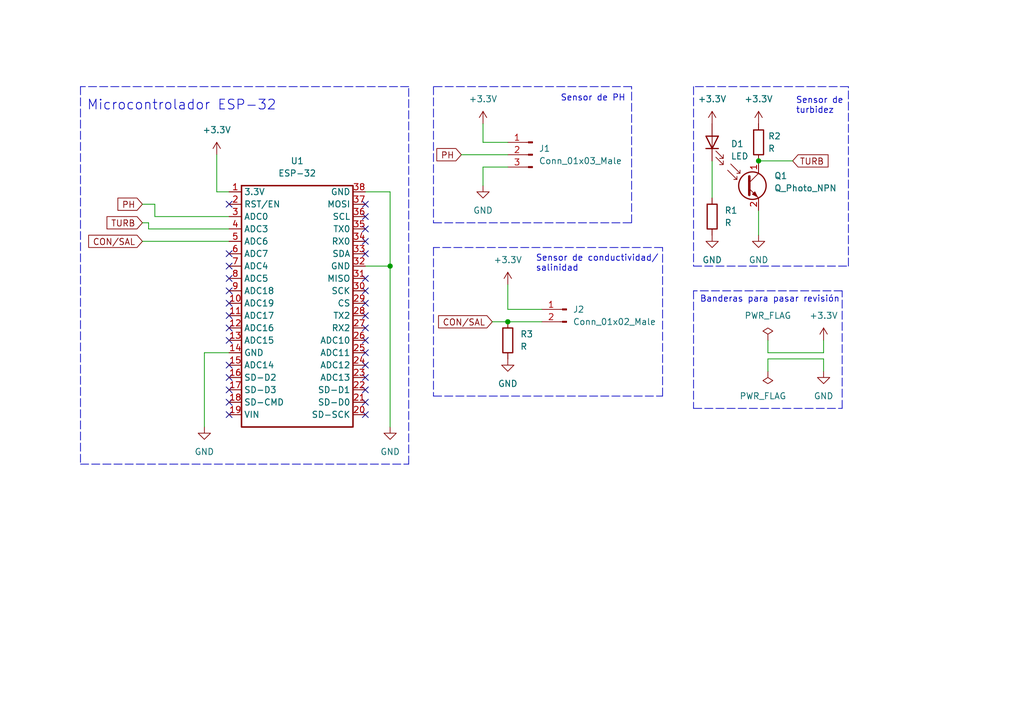
<source format=kicad_sch>
(kicad_sch (version 20211123) (generator eeschema)

  (uuid 22ac32f9-5c85-430f-9a95-01da2f97d5ed)

  (paper "A5")

  (title_block
    (title "EcoAqua  - Medidor de calidad del agua")
    (date "2025-09-03")
    (rev "1")
    (company "UPCH - Grupo 10 [DJWZ]")
    (comment 1 "DIBUJO BURDO - NO REPRESENTA LA VERSIÓN FINAL")
    (comment 2 "SUS COMPONENTES NO ESTÁN RESPALDADOS POR INVESTIGACIÓN")
    (comment 3 "Se añadirán más componentes a medida que avance el proyecto")
    (comment 4 "Minima expresión del proyecto")
  )

  (lib_symbols
    (symbol "Connector:Conn_01x02_Male" (pin_names (offset 1.016) hide) (in_bom yes) (on_board yes)
      (property "Reference" "J" (id 0) (at 0 2.54 0)
        (effects (font (size 1.27 1.27)))
      )
      (property "Value" "Conn_01x02_Male" (id 1) (at 0 -5.08 0)
        (effects (font (size 1.27 1.27)))
      )
      (property "Footprint" "" (id 2) (at 0 0 0)
        (effects (font (size 1.27 1.27)) hide)
      )
      (property "Datasheet" "~" (id 3) (at 0 0 0)
        (effects (font (size 1.27 1.27)) hide)
      )
      (property "ki_keywords" "connector" (id 4) (at 0 0 0)
        (effects (font (size 1.27 1.27)) hide)
      )
      (property "ki_description" "Generic connector, single row, 01x02, script generated (kicad-library-utils/schlib/autogen/connector/)" (id 5) (at 0 0 0)
        (effects (font (size 1.27 1.27)) hide)
      )
      (property "ki_fp_filters" "Connector*:*_1x??_*" (id 6) (at 0 0 0)
        (effects (font (size 1.27 1.27)) hide)
      )
      (symbol "Conn_01x02_Male_1_1"
        (polyline
          (pts
            (xy 1.27 -2.54)
            (xy 0.8636 -2.54)
          )
          (stroke (width 0.1524) (type default) (color 0 0 0 0))
          (fill (type none))
        )
        (polyline
          (pts
            (xy 1.27 0)
            (xy 0.8636 0)
          )
          (stroke (width 0.1524) (type default) (color 0 0 0 0))
          (fill (type none))
        )
        (rectangle (start 0.8636 -2.413) (end 0 -2.667)
          (stroke (width 0.1524) (type default) (color 0 0 0 0))
          (fill (type outline))
        )
        (rectangle (start 0.8636 0.127) (end 0 -0.127)
          (stroke (width 0.1524) (type default) (color 0 0 0 0))
          (fill (type outline))
        )
        (pin passive line (at 5.08 0 180) (length 3.81)
          (name "Pin_1" (effects (font (size 1.27 1.27))))
          (number "1" (effects (font (size 1.27 1.27))))
        )
        (pin passive line (at 5.08 -2.54 180) (length 3.81)
          (name "Pin_2" (effects (font (size 1.27 1.27))))
          (number "2" (effects (font (size 1.27 1.27))))
        )
      )
    )
    (symbol "Connector:Conn_01x03_Male" (pin_names (offset 1.016) hide) (in_bom yes) (on_board yes)
      (property "Reference" "J" (id 0) (at 0 5.08 0)
        (effects (font (size 1.27 1.27)))
      )
      (property "Value" "Conn_01x03_Male" (id 1) (at 0 -5.08 0)
        (effects (font (size 1.27 1.27)))
      )
      (property "Footprint" "" (id 2) (at 0 0 0)
        (effects (font (size 1.27 1.27)) hide)
      )
      (property "Datasheet" "~" (id 3) (at 0 0 0)
        (effects (font (size 1.27 1.27)) hide)
      )
      (property "ki_keywords" "connector" (id 4) (at 0 0 0)
        (effects (font (size 1.27 1.27)) hide)
      )
      (property "ki_description" "Generic connector, single row, 01x03, script generated (kicad-library-utils/schlib/autogen/connector/)" (id 5) (at 0 0 0)
        (effects (font (size 1.27 1.27)) hide)
      )
      (property "ki_fp_filters" "Connector*:*_1x??_*" (id 6) (at 0 0 0)
        (effects (font (size 1.27 1.27)) hide)
      )
      (symbol "Conn_01x03_Male_1_1"
        (polyline
          (pts
            (xy 1.27 -2.54)
            (xy 0.8636 -2.54)
          )
          (stroke (width 0.1524) (type default) (color 0 0 0 0))
          (fill (type none))
        )
        (polyline
          (pts
            (xy 1.27 0)
            (xy 0.8636 0)
          )
          (stroke (width 0.1524) (type default) (color 0 0 0 0))
          (fill (type none))
        )
        (polyline
          (pts
            (xy 1.27 2.54)
            (xy 0.8636 2.54)
          )
          (stroke (width 0.1524) (type default) (color 0 0 0 0))
          (fill (type none))
        )
        (rectangle (start 0.8636 -2.413) (end 0 -2.667)
          (stroke (width 0.1524) (type default) (color 0 0 0 0))
          (fill (type outline))
        )
        (rectangle (start 0.8636 0.127) (end 0 -0.127)
          (stroke (width 0.1524) (type default) (color 0 0 0 0))
          (fill (type outline))
        )
        (rectangle (start 0.8636 2.667) (end 0 2.413)
          (stroke (width 0.1524) (type default) (color 0 0 0 0))
          (fill (type outline))
        )
        (pin passive line (at 5.08 2.54 180) (length 3.81)
          (name "Pin_1" (effects (font (size 1.27 1.27))))
          (number "1" (effects (font (size 1.27 1.27))))
        )
        (pin passive line (at 5.08 0 180) (length 3.81)
          (name "Pin_2" (effects (font (size 1.27 1.27))))
          (number "2" (effects (font (size 1.27 1.27))))
        )
        (pin passive line (at 5.08 -2.54 180) (length 3.81)
          (name "Pin_3" (effects (font (size 1.27 1.27))))
          (number "3" (effects (font (size 1.27 1.27))))
        )
      )
    )
    (symbol "Custom-Library:ESP-32" (in_bom yes) (on_board yes)
      (property "Reference" "U" (id 0) (at -7.62 0 0)
        (effects (font (size 1.27 1.27)))
      )
      (property "Value" "ESP-32" (id 1) (at 6.35 0 0)
        (effects (font (size 1.27 1.27)))
      )
      (property "Footprint" "" (id 2) (at -5.08 -8.89 0)
        (effects (font (size 1.27 1.27)) hide)
      )
      (property "Datasheet" "" (id 3) (at -5.08 -8.89 0)
        (effects (font (size 1.27 1.27)) hide)
      )
      (symbol "ESP-32_0_1"
        (rectangle (start 11.43 -50.8) (end -11.43 -1.27)
          (stroke (width 0.3) (type default) (color 0 0 0 0))
          (fill (type none))
        )
      )
      (symbol "ESP-32_1_1"
        (pin power_in line (at -13.97 -2.54 0) (length 2.54)
          (name "3.3V" (effects (font (size 1.27 1.27))))
          (number "1" (effects (font (size 1.27 1.27))))
        )
        (pin bidirectional line (at -13.97 -25.4 0) (length 2.54)
          (name "ADC19" (effects (font (size 1.27 1.27))))
          (number "10" (effects (font (size 1.27 1.27))))
        )
        (pin bidirectional line (at -13.97 -27.94 0) (length 2.54)
          (name "ADC17" (effects (font (size 1.27 1.27))))
          (number "11" (effects (font (size 1.27 1.27))))
        )
        (pin bidirectional line (at -13.97 -30.48 0) (length 2.54)
          (name "ADC16" (effects (font (size 1.27 1.27))))
          (number "12" (effects (font (size 1.27 1.27))))
        )
        (pin bidirectional line (at -13.97 -33.02 0) (length 2.54)
          (name "ADC15" (effects (font (size 1.27 1.27))))
          (number "13" (effects (font (size 1.27 1.27))))
        )
        (pin power_in line (at -13.97 -35.56 0) (length 2.54)
          (name "GND" (effects (font (size 1.27 1.27))))
          (number "14" (effects (font (size 1.27 1.27))))
        )
        (pin bidirectional line (at -13.97 -38.1 0) (length 2.54)
          (name "ADC14" (effects (font (size 1.27 1.27))))
          (number "15" (effects (font (size 1.27 1.27))))
        )
        (pin bidirectional line (at -13.97 -40.64 0) (length 2.54)
          (name "SD-D2" (effects (font (size 1.27 1.27))))
          (number "16" (effects (font (size 1.27 1.27))))
        )
        (pin bidirectional line (at -13.97 -43.18 0) (length 2.54)
          (name "SD-D3" (effects (font (size 1.27 1.27))))
          (number "17" (effects (font (size 1.27 1.27))))
        )
        (pin bidirectional line (at -13.97 -45.72 0) (length 2.54)
          (name "SD-CMD" (effects (font (size 1.27 1.27))))
          (number "18" (effects (font (size 1.27 1.27))))
        )
        (pin power_in line (at -13.97 -48.26 0) (length 2.54)
          (name "VIN" (effects (font (size 1.27 1.27))))
          (number "19" (effects (font (size 1.27 1.27))))
        )
        (pin input line (at -13.97 -5.08 0) (length 2.54)
          (name "RST/EN" (effects (font (size 1.27 1.27))))
          (number "2" (effects (font (size 1.27 1.27))))
        )
        (pin bidirectional line (at 13.97 -48.26 180) (length 2.54)
          (name "SD-SCK" (effects (font (size 1.27 1.27))))
          (number "20" (effects (font (size 1.27 1.27))))
        )
        (pin bidirectional line (at 13.97 -45.72 180) (length 2.54)
          (name "SD-D0" (effects (font (size 1.27 1.27))))
          (number "21" (effects (font (size 1.27 1.27))))
        )
        (pin bidirectional line (at 13.97 -43.18 180) (length 2.54)
          (name "SD-D1" (effects (font (size 1.27 1.27))))
          (number "22" (effects (font (size 1.27 1.27))))
        )
        (pin bidirectional line (at 13.97 -40.64 180) (length 2.54)
          (name "ADC13" (effects (font (size 1.27 1.27))))
          (number "23" (effects (font (size 1.27 1.27))))
        )
        (pin bidirectional line (at 13.97 -38.1 180) (length 2.54)
          (name "ADC12" (effects (font (size 1.27 1.27))))
          (number "24" (effects (font (size 1.27 1.27))))
        )
        (pin bidirectional line (at 13.97 -35.56 180) (length 2.54)
          (name "ADC11" (effects (font (size 1.27 1.27))))
          (number "25" (effects (font (size 1.27 1.27))))
        )
        (pin bidirectional line (at 13.97 -33.02 180) (length 2.54)
          (name "ADC10" (effects (font (size 1.27 1.27))))
          (number "26" (effects (font (size 1.27 1.27))))
        )
        (pin input line (at 13.97 -30.48 180) (length 2.54)
          (name "RX2" (effects (font (size 1.27 1.27))))
          (number "27" (effects (font (size 1.27 1.27))))
        )
        (pin output line (at 13.97 -27.94 180) (length 2.54)
          (name "TX2" (effects (font (size 1.27 1.27))))
          (number "28" (effects (font (size 1.27 1.27))))
        )
        (pin bidirectional line (at 13.97 -25.4 180) (length 2.54)
          (name "CS" (effects (font (size 1.27 1.27))))
          (number "29" (effects (font (size 1.27 1.27))))
        )
        (pin bidirectional line (at -13.97 -7.62 0) (length 2.54)
          (name "ADC0" (effects (font (size 1.27 1.27))))
          (number "3" (effects (font (size 1.27 1.27))))
        )
        (pin bidirectional line (at 13.97 -22.86 180) (length 2.54)
          (name "SCK" (effects (font (size 1.27 1.27))))
          (number "30" (effects (font (size 1.27 1.27))))
        )
        (pin bidirectional line (at 13.97 -20.32 180) (length 2.54)
          (name "MISO" (effects (font (size 1.27 1.27))))
          (number "31" (effects (font (size 1.27 1.27))))
        )
        (pin power_in line (at 13.97 -17.78 180) (length 2.54)
          (name "GND" (effects (font (size 1.27 1.27))))
          (number "32" (effects (font (size 1.27 1.27))))
        )
        (pin bidirectional line (at 13.97 -15.24 180) (length 2.54)
          (name "SDA" (effects (font (size 1.27 1.27))))
          (number "33" (effects (font (size 1.27 1.27))))
        )
        (pin input line (at 13.97 -12.7 180) (length 2.54)
          (name "RX0" (effects (font (size 1.27 1.27))))
          (number "34" (effects (font (size 1.27 1.27))))
        )
        (pin output line (at 13.97 -10.16 180) (length 2.54)
          (name "TX0" (effects (font (size 1.27 1.27))))
          (number "35" (effects (font (size 1.27 1.27))))
        )
        (pin bidirectional line (at 13.97 -7.62 180) (length 2.54)
          (name "SCL" (effects (font (size 1.27 1.27))))
          (number "36" (effects (font (size 1.27 1.27))))
        )
        (pin bidirectional line (at 13.97 -5.08 180) (length 2.54)
          (name "MOSI" (effects (font (size 1.27 1.27))))
          (number "37" (effects (font (size 1.27 1.27))))
        )
        (pin power_in line (at 13.97 -2.54 180) (length 2.54)
          (name "GND" (effects (font (size 1.27 1.27))))
          (number "38" (effects (font (size 1.27 1.27))))
        )
        (pin bidirectional line (at -13.97 -10.16 0) (length 2.54)
          (name "ADC3" (effects (font (size 1.27 1.27))))
          (number "4" (effects (font (size 1.27 1.27))))
        )
        (pin bidirectional line (at -13.97 -12.7 0) (length 2.54)
          (name "ADC6" (effects (font (size 1.27 1.27))))
          (number "5" (effects (font (size 1.27 1.27))))
        )
        (pin bidirectional line (at -13.97 -15.24 0) (length 2.54)
          (name "ADC7" (effects (font (size 1.27 1.27))))
          (number "6" (effects (font (size 1.27 1.27))))
        )
        (pin bidirectional line (at -13.97 -17.78 0) (length 2.54)
          (name "ADC4" (effects (font (size 1.27 1.27))))
          (number "7" (effects (font (size 1.27 1.27))))
        )
        (pin bidirectional line (at -13.97 -20.32 0) (length 2.54)
          (name "ADC5" (effects (font (size 1.27 1.27))))
          (number "8" (effects (font (size 1.27 1.27))))
        )
        (pin bidirectional line (at -13.97 -22.86 0) (length 2.54)
          (name "ADC18" (effects (font (size 1.27 1.27))))
          (number "9" (effects (font (size 1.27 1.27))))
        )
      )
    )
    (symbol "Device:LED" (pin_numbers hide) (pin_names (offset 1.016) hide) (in_bom yes) (on_board yes)
      (property "Reference" "D" (id 0) (at 0 2.54 0)
        (effects (font (size 1.27 1.27)))
      )
      (property "Value" "LED" (id 1) (at 0 -2.54 0)
        (effects (font (size 1.27 1.27)))
      )
      (property "Footprint" "" (id 2) (at 0 0 0)
        (effects (font (size 1.27 1.27)) hide)
      )
      (property "Datasheet" "~" (id 3) (at 0 0 0)
        (effects (font (size 1.27 1.27)) hide)
      )
      (property "ki_keywords" "LED diode" (id 4) (at 0 0 0)
        (effects (font (size 1.27 1.27)) hide)
      )
      (property "ki_description" "Light emitting diode" (id 5) (at 0 0 0)
        (effects (font (size 1.27 1.27)) hide)
      )
      (property "ki_fp_filters" "LED* LED_SMD:* LED_THT:*" (id 6) (at 0 0 0)
        (effects (font (size 1.27 1.27)) hide)
      )
      (symbol "LED_0_1"
        (polyline
          (pts
            (xy -1.27 -1.27)
            (xy -1.27 1.27)
          )
          (stroke (width 0.254) (type default) (color 0 0 0 0))
          (fill (type none))
        )
        (polyline
          (pts
            (xy -1.27 0)
            (xy 1.27 0)
          )
          (stroke (width 0) (type default) (color 0 0 0 0))
          (fill (type none))
        )
        (polyline
          (pts
            (xy 1.27 -1.27)
            (xy 1.27 1.27)
            (xy -1.27 0)
            (xy 1.27 -1.27)
          )
          (stroke (width 0.254) (type default) (color 0 0 0 0))
          (fill (type none))
        )
        (polyline
          (pts
            (xy -3.048 -0.762)
            (xy -4.572 -2.286)
            (xy -3.81 -2.286)
            (xy -4.572 -2.286)
            (xy -4.572 -1.524)
          )
          (stroke (width 0) (type default) (color 0 0 0 0))
          (fill (type none))
        )
        (polyline
          (pts
            (xy -1.778 -0.762)
            (xy -3.302 -2.286)
            (xy -2.54 -2.286)
            (xy -3.302 -2.286)
            (xy -3.302 -1.524)
          )
          (stroke (width 0) (type default) (color 0 0 0 0))
          (fill (type none))
        )
      )
      (symbol "LED_1_1"
        (pin passive line (at -3.81 0 0) (length 2.54)
          (name "K" (effects (font (size 1.27 1.27))))
          (number "1" (effects (font (size 1.27 1.27))))
        )
        (pin passive line (at 3.81 0 180) (length 2.54)
          (name "A" (effects (font (size 1.27 1.27))))
          (number "2" (effects (font (size 1.27 1.27))))
        )
      )
    )
    (symbol "Device:Q_Photo_NPN" (pin_names (offset 0) hide) (in_bom yes) (on_board yes)
      (property "Reference" "Q" (id 0) (at 5.08 1.27 0)
        (effects (font (size 1.27 1.27)) (justify left))
      )
      (property "Value" "Q_Photo_NPN" (id 1) (at 5.08 -1.27 0)
        (effects (font (size 1.27 1.27)) (justify left))
      )
      (property "Footprint" "" (id 2) (at 5.08 2.54 0)
        (effects (font (size 1.27 1.27)) hide)
      )
      (property "Datasheet" "~" (id 3) (at 0 0 0)
        (effects (font (size 1.27 1.27)) hide)
      )
      (property "ki_keywords" "phototransistor NPN" (id 4) (at 0 0 0)
        (effects (font (size 1.27 1.27)) hide)
      )
      (property "ki_description" "NPN phototransistor, collector/emitter" (id 5) (at 0 0 0)
        (effects (font (size 1.27 1.27)) hide)
      )
      (symbol "Q_Photo_NPN_0_1"
        (polyline
          (pts
            (xy -1.905 1.27)
            (xy -2.54 1.27)
          )
          (stroke (width 0) (type default) (color 0 0 0 0))
          (fill (type none))
        )
        (polyline
          (pts
            (xy -1.27 2.54)
            (xy -1.905 2.54)
          )
          (stroke (width 0) (type default) (color 0 0 0 0))
          (fill (type none))
        )
        (polyline
          (pts
            (xy 0.635 0.635)
            (xy 2.54 2.54)
          )
          (stroke (width 0) (type default) (color 0 0 0 0))
          (fill (type none))
        )
        (polyline
          (pts
            (xy -3.81 3.175)
            (xy -1.905 1.27)
            (xy -1.905 1.905)
          )
          (stroke (width 0) (type default) (color 0 0 0 0))
          (fill (type none))
        )
        (polyline
          (pts
            (xy -3.175 4.445)
            (xy -1.27 2.54)
            (xy -1.27 3.175)
          )
          (stroke (width 0) (type default) (color 0 0 0 0))
          (fill (type none))
        )
        (polyline
          (pts
            (xy 0.635 -0.635)
            (xy 2.54 -2.54)
            (xy 2.54 -2.54)
          )
          (stroke (width 0) (type default) (color 0 0 0 0))
          (fill (type none))
        )
        (polyline
          (pts
            (xy 0.635 1.905)
            (xy 0.635 -1.905)
            (xy 0.635 -1.905)
          )
          (stroke (width 0.508) (type default) (color 0 0 0 0))
          (fill (type none))
        )
        (polyline
          (pts
            (xy 1.27 -1.778)
            (xy 1.778 -1.27)
            (xy 2.286 -2.286)
            (xy 1.27 -1.778)
            (xy 1.27 -1.778)
          )
          (stroke (width 0) (type default) (color 0 0 0 0))
          (fill (type outline))
        )
        (circle (center 1.27 0) (radius 2.8194)
          (stroke (width 0.254) (type default) (color 0 0 0 0))
          (fill (type none))
        )
      )
      (symbol "Q_Photo_NPN_1_1"
        (pin passive line (at 2.54 5.08 270) (length 2.54)
          (name "C" (effects (font (size 1.27 1.27))))
          (number "1" (effects (font (size 1.27 1.27))))
        )
        (pin passive line (at 2.54 -5.08 90) (length 2.54)
          (name "E" (effects (font (size 1.27 1.27))))
          (number "2" (effects (font (size 1.27 1.27))))
        )
      )
    )
    (symbol "Device:R" (pin_numbers hide) (pin_names (offset 0)) (in_bom yes) (on_board yes)
      (property "Reference" "R" (id 0) (at 2.032 0 90)
        (effects (font (size 1.27 1.27)))
      )
      (property "Value" "R" (id 1) (at 0 0 90)
        (effects (font (size 1.27 1.27)))
      )
      (property "Footprint" "" (id 2) (at -1.778 0 90)
        (effects (font (size 1.27 1.27)) hide)
      )
      (property "Datasheet" "~" (id 3) (at 0 0 0)
        (effects (font (size 1.27 1.27)) hide)
      )
      (property "ki_keywords" "R res resistor" (id 4) (at 0 0 0)
        (effects (font (size 1.27 1.27)) hide)
      )
      (property "ki_description" "Resistor" (id 5) (at 0 0 0)
        (effects (font (size 1.27 1.27)) hide)
      )
      (property "ki_fp_filters" "R_*" (id 6) (at 0 0 0)
        (effects (font (size 1.27 1.27)) hide)
      )
      (symbol "R_0_1"
        (rectangle (start -1.016 -2.54) (end 1.016 2.54)
          (stroke (width 0.254) (type default) (color 0 0 0 0))
          (fill (type none))
        )
      )
      (symbol "R_1_1"
        (pin passive line (at 0 3.81 270) (length 1.27)
          (name "~" (effects (font (size 1.27 1.27))))
          (number "1" (effects (font (size 1.27 1.27))))
        )
        (pin passive line (at 0 -3.81 90) (length 1.27)
          (name "~" (effects (font (size 1.27 1.27))))
          (number "2" (effects (font (size 1.27 1.27))))
        )
      )
    )
    (symbol "power:+3.3V" (power) (pin_names (offset 0)) (in_bom yes) (on_board yes)
      (property "Reference" "#PWR" (id 0) (at 0 -3.81 0)
        (effects (font (size 1.27 1.27)) hide)
      )
      (property "Value" "+3.3V" (id 1) (at 0 3.556 0)
        (effects (font (size 1.27 1.27)))
      )
      (property "Footprint" "" (id 2) (at 0 0 0)
        (effects (font (size 1.27 1.27)) hide)
      )
      (property "Datasheet" "" (id 3) (at 0 0 0)
        (effects (font (size 1.27 1.27)) hide)
      )
      (property "ki_keywords" "power-flag" (id 4) (at 0 0 0)
        (effects (font (size 1.27 1.27)) hide)
      )
      (property "ki_description" "Power symbol creates a global label with name \"+3.3V\"" (id 5) (at 0 0 0)
        (effects (font (size 1.27 1.27)) hide)
      )
      (symbol "+3.3V_0_1"
        (polyline
          (pts
            (xy -0.762 1.27)
            (xy 0 2.54)
          )
          (stroke (width 0) (type default) (color 0 0 0 0))
          (fill (type none))
        )
        (polyline
          (pts
            (xy 0 0)
            (xy 0 2.54)
          )
          (stroke (width 0) (type default) (color 0 0 0 0))
          (fill (type none))
        )
        (polyline
          (pts
            (xy 0 2.54)
            (xy 0.762 1.27)
          )
          (stroke (width 0) (type default) (color 0 0 0 0))
          (fill (type none))
        )
      )
      (symbol "+3.3V_1_1"
        (pin power_in line (at 0 0 90) (length 0) hide
          (name "+3.3V" (effects (font (size 1.27 1.27))))
          (number "1" (effects (font (size 1.27 1.27))))
        )
      )
    )
    (symbol "power:GND" (power) (pin_names (offset 0)) (in_bom yes) (on_board yes)
      (property "Reference" "#PWR" (id 0) (at 0 -6.35 0)
        (effects (font (size 1.27 1.27)) hide)
      )
      (property "Value" "GND" (id 1) (at 0 -3.81 0)
        (effects (font (size 1.27 1.27)))
      )
      (property "Footprint" "" (id 2) (at 0 0 0)
        (effects (font (size 1.27 1.27)) hide)
      )
      (property "Datasheet" "" (id 3) (at 0 0 0)
        (effects (font (size 1.27 1.27)) hide)
      )
      (property "ki_keywords" "power-flag" (id 4) (at 0 0 0)
        (effects (font (size 1.27 1.27)) hide)
      )
      (property "ki_description" "Power symbol creates a global label with name \"GND\" , ground" (id 5) (at 0 0 0)
        (effects (font (size 1.27 1.27)) hide)
      )
      (symbol "GND_0_1"
        (polyline
          (pts
            (xy 0 0)
            (xy 0 -1.27)
            (xy 1.27 -1.27)
            (xy 0 -2.54)
            (xy -1.27 -1.27)
            (xy 0 -1.27)
          )
          (stroke (width 0) (type default) (color 0 0 0 0))
          (fill (type none))
        )
      )
      (symbol "GND_1_1"
        (pin power_in line (at 0 0 270) (length 0) hide
          (name "GND" (effects (font (size 1.27 1.27))))
          (number "1" (effects (font (size 1.27 1.27))))
        )
      )
    )
    (symbol "power:PWR_FLAG" (power) (pin_numbers hide) (pin_names (offset 0) hide) (in_bom yes) (on_board yes)
      (property "Reference" "#FLG" (id 0) (at 0 1.905 0)
        (effects (font (size 1.27 1.27)) hide)
      )
      (property "Value" "PWR_FLAG" (id 1) (at 0 3.81 0)
        (effects (font (size 1.27 1.27)))
      )
      (property "Footprint" "" (id 2) (at 0 0 0)
        (effects (font (size 1.27 1.27)) hide)
      )
      (property "Datasheet" "~" (id 3) (at 0 0 0)
        (effects (font (size 1.27 1.27)) hide)
      )
      (property "ki_keywords" "power-flag" (id 4) (at 0 0 0)
        (effects (font (size 1.27 1.27)) hide)
      )
      (property "ki_description" "Special symbol for telling ERC where power comes from" (id 5) (at 0 0 0)
        (effects (font (size 1.27 1.27)) hide)
      )
      (symbol "PWR_FLAG_0_0"
        (pin power_out line (at 0 0 90) (length 0)
          (name "pwr" (effects (font (size 1.27 1.27))))
          (number "1" (effects (font (size 1.27 1.27))))
        )
      )
      (symbol "PWR_FLAG_0_1"
        (polyline
          (pts
            (xy 0 0)
            (xy 0 1.27)
            (xy -1.016 1.905)
            (xy 0 2.54)
            (xy 1.016 1.905)
            (xy 0 1.27)
          )
          (stroke (width 0) (type default) (color 0 0 0 0))
          (fill (type none))
        )
      )
    )
  )

  (junction (at 80.01 54.61) (diameter 0) (color 0 0 0 0)
    (uuid 5b8fcda8-d39b-4699-a42b-bc1c67e9cc51)
  )
  (junction (at 104.14 66.04) (diameter 0) (color 0 0 0 0)
    (uuid a48f3ac0-f1fb-41d8-adc3-265db70d4cf3)
  )
  (junction (at 155.575 33.02) (diameter 0) (color 0 0 0 0)
    (uuid dcea0230-a7b6-45a2-aa61-c7cd70f94b55)
  )

  (no_connect (at 74.93 69.85) (uuid 01f439b9-a954-4522-b4f4-6b8cf41f77dc))
  (no_connect (at 74.93 72.39) (uuid 01f439b9-a954-4522-b4f4-6b8cf41f77dc))
  (no_connect (at 74.93 74.93) (uuid 01f439b9-a954-4522-b4f4-6b8cf41f77dc))
  (no_connect (at 74.93 77.47) (uuid 01f439b9-a954-4522-b4f4-6b8cf41f77dc))
  (no_connect (at 46.99 74.93) (uuid 01f439b9-a954-4522-b4f4-6b8cf41f77dc))
  (no_connect (at 46.99 52.07) (uuid 09e3aef9-4e33-4c1e-9cb5-273c09689aa8))
  (no_connect (at 46.99 69.85) (uuid 09e3aef9-4e33-4c1e-9cb5-273c09689aa8))
  (no_connect (at 46.99 62.23) (uuid 09e3aef9-4e33-4c1e-9cb5-273c09689aa8))
  (no_connect (at 46.99 57.15) (uuid 09e3aef9-4e33-4c1e-9cb5-273c09689aa8))
  (no_connect (at 46.99 54.61) (uuid 09e3aef9-4e33-4c1e-9cb5-273c09689aa8))
  (no_connect (at 46.99 59.69) (uuid 09e3aef9-4e33-4c1e-9cb5-273c09689aa8))
  (no_connect (at 46.99 64.77) (uuid 09e3aef9-4e33-4c1e-9cb5-273c09689aa8))
  (no_connect (at 46.99 67.31) (uuid 09e3aef9-4e33-4c1e-9cb5-273c09689aa8))
  (no_connect (at 46.99 85.09) (uuid 3706cef9-1855-4b03-ad7f-adeeab485b88))
  (no_connect (at 74.93 44.45) (uuid 8582946e-abf3-4ab9-96c4-39c0ea903056))
  (no_connect (at 74.93 62.23) (uuid 8582946e-abf3-4ab9-96c4-39c0ea903056))
  (no_connect (at 74.93 82.55) (uuid 8582946e-abf3-4ab9-96c4-39c0ea903056))
  (no_connect (at 74.93 52.07) (uuid 8582946e-abf3-4ab9-96c4-39c0ea903056))
  (no_connect (at 74.93 64.77) (uuid 8582946e-abf3-4ab9-96c4-39c0ea903056))
  (no_connect (at 74.93 59.69) (uuid 8582946e-abf3-4ab9-96c4-39c0ea903056))
  (no_connect (at 74.93 67.31) (uuid 8582946e-abf3-4ab9-96c4-39c0ea903056))
  (no_connect (at 74.93 80.01) (uuid 8582946e-abf3-4ab9-96c4-39c0ea903056))
  (no_connect (at 74.93 57.15) (uuid 8582946e-abf3-4ab9-96c4-39c0ea903056))
  (no_connect (at 74.93 85.09) (uuid 8582946e-abf3-4ab9-96c4-39c0ea903056))
  (no_connect (at 46.99 80.01) (uuid 8582946e-abf3-4ab9-96c4-39c0ea903056))
  (no_connect (at 46.99 41.91) (uuid 8582946e-abf3-4ab9-96c4-39c0ea903056))
  (no_connect (at 74.93 46.99) (uuid 8582946e-abf3-4ab9-96c4-39c0ea903056))
  (no_connect (at 74.93 41.91) (uuid 8582946e-abf3-4ab9-96c4-39c0ea903056))
  (no_connect (at 74.93 49.53) (uuid 8582946e-abf3-4ab9-96c4-39c0ea903056))
  (no_connect (at 46.99 82.55) (uuid 8582946e-abf3-4ab9-96c4-39c0ea903056))
  (no_connect (at 46.99 77.47) (uuid 8582946e-abf3-4ab9-96c4-39c0ea903056))

  (polyline (pts (xy 88.9 45.72) (xy 129.54 45.72))
    (stroke (width 0) (type default) (color 0 0 0 0))
    (uuid 036604a4-1332-42d8-bf7f-e07ed17f36ce)
  )
  (polyline (pts (xy 88.9 50.8) (xy 88.9 81.28))
    (stroke (width 0) (type default) (color 0 0 0 0))
    (uuid 03a26975-fc57-4412-bafc-c65cd83e7ff4)
  )
  (polyline (pts (xy 142.24 17.78) (xy 142.24 54.61))
    (stroke (width 0) (type default) (color 0 0 0 0))
    (uuid 0d4d8d41-4e0a-4040-a9dd-c7e2b1b31a8b)
  )

  (wire (pts (xy 31.75 41.91) (xy 31.75 44.45))
    (stroke (width 0) (type default) (color 0 0 0 0))
    (uuid 25c42d5c-5b2c-4e18-871c-c5a1d935e2cd)
  )
  (wire (pts (xy 99.06 34.29) (xy 104.14 34.29))
    (stroke (width 0) (type default) (color 0 0 0 0))
    (uuid 26b1e4fb-7dce-4fc5-8e3e-9b8805ed3a23)
  )
  (wire (pts (xy 31.75 44.45) (xy 46.99 44.45))
    (stroke (width 0) (type default) (color 0 0 0 0))
    (uuid 26bb39f8-c15d-4a60-8e41-e300aa8c7e0e)
  )
  (wire (pts (xy 29.21 41.91) (xy 31.75 41.91))
    (stroke (width 0) (type default) (color 0 0 0 0))
    (uuid 345e67ef-41a9-4f95-a5c3-c4964a8db320)
  )
  (polyline (pts (xy 142.24 59.69) (xy 142.24 83.82))
    (stroke (width 0) (type default) (color 0 0 0 0))
    (uuid 3ee91d80-1394-4988-b95c-ba21d12ec462)
  )

  (wire (pts (xy 100.965 66.04) (xy 104.14 66.04))
    (stroke (width 0) (type default) (color 0 0 0 0))
    (uuid 4405d0ee-7936-48b5-bac2-5080dfb647c5)
  )
  (wire (pts (xy 80.01 54.61) (xy 80.01 39.37))
    (stroke (width 0) (type default) (color 0 0 0 0))
    (uuid 459c7565-fa52-4cf2-9054-de40b3fac26c)
  )
  (wire (pts (xy 80.01 39.37) (xy 74.93 39.37))
    (stroke (width 0) (type default) (color 0 0 0 0))
    (uuid 47132cea-1bbb-4b6e-8763-81498637f3a9)
  )
  (wire (pts (xy 155.575 43.18) (xy 155.575 48.26))
    (stroke (width 0) (type default) (color 0 0 0 0))
    (uuid 47cae79a-2857-4810-ab57-2d9496482228)
  )
  (wire (pts (xy 44.45 39.37) (xy 44.45 31.75))
    (stroke (width 0) (type default) (color 0 0 0 0))
    (uuid 48a7ec23-57e7-4b8c-a1ca-2d6206c66e34)
  )
  (wire (pts (xy 99.06 34.29) (xy 99.06 38.1))
    (stroke (width 0) (type default) (color 0 0 0 0))
    (uuid 4d624129-caf5-4ed5-b68d-b7d4e9ccf7af)
  )
  (polyline (pts (xy 173.99 54.61) (xy 173.99 17.78))
    (stroke (width 0) (type default) (color 0 0 0 0))
    (uuid 560aaa29-cec2-421d-990f-148c6280463b)
  )
  (polyline (pts (xy 135.89 50.8) (xy 88.9 50.8))
    (stroke (width 0) (type default) (color 0 0 0 0))
    (uuid 5b46d678-7d32-4d05-92ef-0e24c0c79186)
  )
  (polyline (pts (xy 88.9 17.78) (xy 88.9 45.72))
    (stroke (width 0) (type default) (color 0 0 0 0))
    (uuid 5da1bd58-5417-4225-9a2e-0e1169e90e7d)
  )

  (wire (pts (xy 41.91 72.39) (xy 41.91 87.63))
    (stroke (width 0) (type default) (color 0 0 0 0))
    (uuid 5f04fdf6-ccfa-499a-ab2d-8688934f1c15)
  )
  (wire (pts (xy 157.48 69.85) (xy 157.48 72.39))
    (stroke (width 0) (type default) (color 0 0 0 0))
    (uuid 663af243-a8d5-4749-aaa6-efcfc7670a2e)
  )
  (polyline (pts (xy 172.72 83.82) (xy 172.72 59.69))
    (stroke (width 0) (type default) (color 0 0 0 0))
    (uuid 6c099717-51e1-4fc0-80f6-d4f38b632f1f)
  )

  (wire (pts (xy 46.99 46.99) (xy 30.48 46.99))
    (stroke (width 0) (type default) (color 0 0 0 0))
    (uuid 6faf73ae-023a-4aab-96d5-fa1693bd8b17)
  )
  (wire (pts (xy 80.01 87.63) (xy 80.01 54.61))
    (stroke (width 0) (type default) (color 0 0 0 0))
    (uuid 7583d51d-feaf-4812-9aef-26089b7d62bf)
  )
  (wire (pts (xy 74.93 54.61) (xy 80.01 54.61))
    (stroke (width 0) (type default) (color 0 0 0 0))
    (uuid 78e6f400-847e-497e-81a3-85a7de407f34)
  )
  (wire (pts (xy 104.14 29.21) (xy 99.06 29.21))
    (stroke (width 0) (type default) (color 0 0 0 0))
    (uuid 83f009ac-25c8-4cee-8087-7852cb528dc4)
  )
  (polyline (pts (xy 142.24 54.61) (xy 173.99 54.61))
    (stroke (width 0) (type default) (color 0 0 0 0))
    (uuid 8dae5bae-78ad-4db3-8234-537042987de4)
  )

  (wire (pts (xy 157.48 76.2) (xy 157.48 73.66))
    (stroke (width 0) (type default) (color 0 0 0 0))
    (uuid 90d1697f-21c5-4569-b60a-0fdf318ce372)
  )
  (wire (pts (xy 168.91 72.39) (xy 168.91 69.85))
    (stroke (width 0) (type default) (color 0 0 0 0))
    (uuid 9332044d-91de-4009-8d0b-c5ed90603b12)
  )
  (polyline (pts (xy 142.24 83.82) (xy 172.72 83.82))
    (stroke (width 0) (type default) (color 0 0 0 0))
    (uuid 9344e471-fb19-4aa7-8567-2a8c9812f2ce)
  )
  (polyline (pts (xy 88.9 81.28) (xy 135.89 81.28))
    (stroke (width 0) (type default) (color 0 0 0 0))
    (uuid 93b8a753-7b87-46fb-ac3e-9321ab151b9d)
  )
  (polyline (pts (xy 172.72 59.69) (xy 142.24 59.69))
    (stroke (width 0) (type default) (color 0 0 0 0))
    (uuid 97a0b42d-a192-4d5e-9b4d-6147e05cbc4b)
  )

  (wire (pts (xy 94.615 31.75) (xy 104.14 31.75))
    (stroke (width 0) (type default) (color 0 0 0 0))
    (uuid a74190ae-64d8-4453-afcc-3c82685fd030)
  )
  (wire (pts (xy 155.575 33.02) (xy 162.56 33.02))
    (stroke (width 0) (type default) (color 0 0 0 0))
    (uuid a7d33edf-0b16-4c1a-b4d6-81e95013ab08)
  )
  (wire (pts (xy 104.14 63.5) (xy 104.14 58.42))
    (stroke (width 0) (type default) (color 0 0 0 0))
    (uuid ab94a3d0-920a-4699-b124-ca239f68fe73)
  )
  (wire (pts (xy 46.99 72.39) (xy 41.91 72.39))
    (stroke (width 0) (type default) (color 0 0 0 0))
    (uuid b139ab9a-183c-4842-a7be-43f0e9d627f8)
  )
  (wire (pts (xy 104.14 66.04) (xy 111.125 66.04))
    (stroke (width 0) (type default) (color 0 0 0 0))
    (uuid b3803853-0180-47ac-b8be-4907d3e88c0d)
  )
  (wire (pts (xy 46.99 39.37) (xy 44.45 39.37))
    (stroke (width 0) (type default) (color 0 0 0 0))
    (uuid b39d9b4d-2358-412e-91bb-5f5df8bcd43a)
  )
  (wire (pts (xy 157.48 73.66) (xy 168.91 73.66))
    (stroke (width 0) (type default) (color 0 0 0 0))
    (uuid b74928e1-787d-4553-9fae-15f35159e7e2)
  )
  (wire (pts (xy 111.125 63.5) (xy 104.14 63.5))
    (stroke (width 0) (type default) (color 0 0 0 0))
    (uuid bdc11af6-a11e-4822-b9fa-be3939df6df2)
  )
  (wire (pts (xy 29.21 49.53) (xy 46.99 49.53))
    (stroke (width 0) (type default) (color 0 0 0 0))
    (uuid be93323e-1081-42c8-8df9-da1197e3fc8d)
  )
  (wire (pts (xy 30.48 45.72) (xy 29.21 45.72))
    (stroke (width 0) (type default) (color 0 0 0 0))
    (uuid c55e197a-2f9d-4ae1-912c-9aa03343271a)
  )
  (wire (pts (xy 30.48 46.99) (xy 30.48 45.72))
    (stroke (width 0) (type default) (color 0 0 0 0))
    (uuid d29a6cac-5468-4e59-9e35-14d1e998586d)
  )
  (polyline (pts (xy 83.82 95.25) (xy 83.82 17.78))
    (stroke (width 0) (type default) (color 0 0 0 0))
    (uuid d8e0e9be-8de4-4959-a07a-edac4ee2803c)
  )

  (wire (pts (xy 157.48 72.39) (xy 168.91 72.39))
    (stroke (width 0) (type default) (color 0 0 0 0))
    (uuid dbd4414d-2475-43e1-a421-7513b93616dc)
  )
  (wire (pts (xy 99.06 29.21) (xy 99.06 25.4))
    (stroke (width 0) (type default) (color 0 0 0 0))
    (uuid dd2daaf8-a1cc-486b-96e7-ccac40848df7)
  )
  (polyline (pts (xy 173.99 17.78) (xy 142.24 17.78))
    (stroke (width 0) (type default) (color 0 0 0 0))
    (uuid e7f3f26b-d4ef-47d7-a736-c2e8f0b106ee)
  )
  (polyline (pts (xy 16.51 95.25) (xy 83.82 95.25))
    (stroke (width 0) (type default) (color 0 0 0 0))
    (uuid ec2b7fb6-1dad-4f64-aa8e-c56006934dea)
  )
  (polyline (pts (xy 83.82 17.78) (xy 16.51 17.78))
    (stroke (width 0) (type default) (color 0 0 0 0))
    (uuid f07a6603-bfbd-4419-bcec-2b7d67a58bbc)
  )

  (wire (pts (xy 168.91 73.66) (xy 168.91 76.2))
    (stroke (width 0) (type default) (color 0 0 0 0))
    (uuid f9674ff3-d6ba-41d2-aac8-51f4e37a3f3d)
  )
  (polyline (pts (xy 16.51 17.78) (xy 16.51 95.25))
    (stroke (width 0) (type default) (color 0 0 0 0))
    (uuid faccfde7-0ad8-4108-9e23-356484d2b2bc)
  )

  (wire (pts (xy 146.05 40.64) (xy 146.05 33.02))
    (stroke (width 0) (type default) (color 0 0 0 0))
    (uuid fbaa5d3c-c0e0-4572-b7ce-33ba4377ddc5)
  )
  (polyline (pts (xy 135.89 81.28) (xy 135.89 50.8))
    (stroke (width 0) (type default) (color 0 0 0 0))
    (uuid fc93f163-287f-4aac-8f7c-8c725340cf9d)
  )
  (polyline (pts (xy 129.54 17.78) (xy 88.9 17.78))
    (stroke (width 0) (type default) (color 0 0 0 0))
    (uuid fecee7bd-30f8-4744-a06d-9fb8d15f4f71)
  )
  (polyline (pts (xy 129.54 45.72) (xy 129.54 17.78))
    (stroke (width 0) (type default) (color 0 0 0 0))
    (uuid ff2160d5-6cf8-44d9-83bf-b088cf6495b0)
  )

  (text "Banderas para pasar revisión" (at 143.51 62.23 0)
    (effects (font (size 1.27 1.27)) (justify left bottom))
    (uuid 41a84be4-8f0e-4f6b-ae89-d0b979bcec13)
  )
  (text "Sensor de conductividad/\nsalinidad\n" (at 109.855 55.88 0)
    (effects (font (size 1.27 1.27)) (justify left bottom))
    (uuid 4a98b1a6-0190-4394-ba39-7d393e26a148)
  )
  (text "Microcontrolador ESP-32" (at 17.78 22.86 0)
    (effects (font (size 2 2)) (justify left bottom))
    (uuid 61a4eb27-79d3-4399-9254-51a66acceba7)
  )
  (text "Sensor de PH" (at 114.935 20.955 0)
    (effects (font (size 1.27 1.27)) (justify left bottom))
    (uuid 844d4981-bc08-49f9-a74b-0435952e707c)
  )
  (text "Sensor de\nturbidez\n" (at 163.195 23.495 0)
    (effects (font (size 1.27 1.27)) (justify left bottom))
    (uuid fedfd4e5-c452-4580-a756-393d774a59ac)
  )

  (global_label "TURB" (shape input) (at 29.21 45.72 180) (fields_autoplaced)
    (effects (font (size 1.27 1.27)) (justify right))
    (uuid 4d677700-39fa-4307-9504-865fa1a9961a)
    (property "Intersheet References" "${INTERSHEET_REFS}" (id 0) (at 21.9588 45.6406 0)
      (effects (font (size 1.27 1.27)) (justify right) hide)
    )
  )
  (global_label "CON{slash}SAL" (shape input) (at 29.21 49.53 180) (fields_autoplaced)
    (effects (font (size 1.27 1.27)) (justify right))
    (uuid 51d993a4-9c54-451b-8b05-7bed93d36993)
    (property "Intersheet References" "${INTERSHEET_REFS}" (id 0) (at 18.2093 49.4506 0)
      (effects (font (size 1.27 1.27)) (justify right) hide)
    )
  )
  (global_label "TURB" (shape input) (at 162.56 33.02 0) (fields_autoplaced)
    (effects (font (size 1.27 1.27)) (justify left))
    (uuid beb95c01-e4b8-4ce5-b231-d6585860e213)
    (property "Intersheet References" "${INTERSHEET_REFS}" (id 0) (at 169.8112 32.9406 0)
      (effects (font (size 1.27 1.27)) (justify left) hide)
    )
  )
  (global_label "CON{slash}SAL" (shape input) (at 100.965 66.04 180) (fields_autoplaced)
    (effects (font (size 1.27 1.27)) (justify right))
    (uuid c1bf6bb0-4081-4ade-b414-627b949fc65c)
    (property "Intersheet References" "${INTERSHEET_REFS}" (id 0) (at 89.9643 65.9606 0)
      (effects (font (size 1.27 1.27)) (justify right) hide)
    )
  )
  (global_label "PH" (shape input) (at 29.21 41.91 180) (fields_autoplaced)
    (effects (font (size 1.27 1.27)) (justify right))
    (uuid c8e7e65c-19e5-41b0-bce4-ff75a0a3f87e)
    (property "Intersheet References" "${INTERSHEET_REFS}" (id 0) (at 24.1964 41.8306 0)
      (effects (font (size 1.27 1.27)) (justify right) hide)
    )
  )
  (global_label "PH" (shape input) (at 94.615 31.75 180) (fields_autoplaced)
    (effects (font (size 1.27 1.27)) (justify right))
    (uuid fe9d176b-1af9-4997-b953-6689d5c30edc)
    (property "Intersheet References" "${INTERSHEET_REFS}" (id 0) (at 89.6014 31.6706 0)
      (effects (font (size 1.27 1.27)) (justify right) hide)
    )
  )

  (symbol (lib_id "Device:R") (at 104.14 69.85 0) (unit 1)
    (in_bom yes) (on_board yes) (fields_autoplaced)
    (uuid 018c3dc9-66b2-4a55-916d-897a2997de6e)
    (property "Reference" "R3" (id 0) (at 106.68 68.5799 0)
      (effects (font (size 1.27 1.27)) (justify left))
    )
    (property "Value" "R" (id 1) (at 106.68 71.1199 0)
      (effects (font (size 1.27 1.27)) (justify left))
    )
    (property "Footprint" "" (id 2) (at 102.362 69.85 90)
      (effects (font (size 1.27 1.27)) hide)
    )
    (property "Datasheet" "~" (id 3) (at 104.14 69.85 0)
      (effects (font (size 1.27 1.27)) hide)
    )
    (pin "1" (uuid ce1d6716-f856-422c-bd76-d3b2b347fbfd))
    (pin "2" (uuid f2c2560f-0d5d-4523-b608-3a3a028bfd2e))
  )

  (symbol (lib_id "power:GND") (at 104.14 73.66 0) (unit 1)
    (in_bom yes) (on_board yes) (fields_autoplaced)
    (uuid 16eab932-4c64-419e-b5cd-91488a089253)
    (property "Reference" "#PWR011" (id 0) (at 104.14 80.01 0)
      (effects (font (size 1.27 1.27)) hide)
    )
    (property "Value" "GND" (id 1) (at 104.14 78.74 0))
    (property "Footprint" "" (id 2) (at 104.14 73.66 0)
      (effects (font (size 1.27 1.27)) hide)
    )
    (property "Datasheet" "" (id 3) (at 104.14 73.66 0)
      (effects (font (size 1.27 1.27)) hide)
    )
    (pin "1" (uuid 94564b8f-9013-44f7-8d95-b703a4f155b7))
  )

  (symbol (lib_id "power:+3.3V") (at 99.06 25.4 0) (unit 1)
    (in_bom yes) (on_board yes) (fields_autoplaced)
    (uuid 1a74cf94-c3ce-4bae-a229-f0c495c36ca5)
    (property "Reference" "#PWR06" (id 0) (at 99.06 29.21 0)
      (effects (font (size 1.27 1.27)) hide)
    )
    (property "Value" "+3.3V" (id 1) (at 99.06 20.32 0))
    (property "Footprint" "" (id 2) (at 99.06 25.4 0)
      (effects (font (size 1.27 1.27)) hide)
    )
    (property "Datasheet" "" (id 3) (at 99.06 25.4 0)
      (effects (font (size 1.27 1.27)) hide)
    )
    (pin "1" (uuid e0677a3b-9165-4bcb-b8f3-b87f8f0591a1))
  )

  (symbol (lib_id "power:+3.3V") (at 146.05 25.4 0) (unit 1)
    (in_bom yes) (on_board yes) (fields_autoplaced)
    (uuid 2fb961d1-0a0b-486f-8ec3-0a25d91990de)
    (property "Reference" "#PWR04" (id 0) (at 146.05 29.21 0)
      (effects (font (size 1.27 1.27)) hide)
    )
    (property "Value" "+3.3V" (id 1) (at 146.05 20.32 0))
    (property "Footprint" "" (id 2) (at 146.05 25.4 0)
      (effects (font (size 1.27 1.27)) hide)
    )
    (property "Datasheet" "" (id 3) (at 146.05 25.4 0)
      (effects (font (size 1.27 1.27)) hide)
    )
    (pin "1" (uuid 6de018e9-c8d9-4c37-b17d-e6c1861896a4))
  )

  (symbol (lib_id "power:GND") (at 155.575 48.26 0) (unit 1)
    (in_bom yes) (on_board yes) (fields_autoplaced)
    (uuid 36df95ff-02bc-41e6-8ad9-3b394630d35f)
    (property "Reference" "#PWR09" (id 0) (at 155.575 54.61 0)
      (effects (font (size 1.27 1.27)) hide)
    )
    (property "Value" "GND" (id 1) (at 155.575 53.34 0))
    (property "Footprint" "" (id 2) (at 155.575 48.26 0)
      (effects (font (size 1.27 1.27)) hide)
    )
    (property "Datasheet" "" (id 3) (at 155.575 48.26 0)
      (effects (font (size 1.27 1.27)) hide)
    )
    (pin "1" (uuid 7fb33aa2-ccbb-4064-a07f-ed26d13be109))
  )

  (symbol (lib_id "Device:R") (at 155.575 29.21 0) (unit 1)
    (in_bom yes) (on_board yes) (fields_autoplaced)
    (uuid 4616543f-d0e2-4c0f-a70b-684d5a798a37)
    (property "Reference" "R2" (id 0) (at 157.48 27.9399 0)
      (effects (font (size 1.27 1.27)) (justify left))
    )
    (property "Value" "R" (id 1) (at 157.48 30.4799 0)
      (effects (font (size 1.27 1.27)) (justify left))
    )
    (property "Footprint" "" (id 2) (at 153.797 29.21 90)
      (effects (font (size 1.27 1.27)) hide)
    )
    (property "Datasheet" "~" (id 3) (at 155.575 29.21 0)
      (effects (font (size 1.27 1.27)) hide)
    )
    (pin "1" (uuid fdea0815-697f-4426-b1a1-e2945c3ea49e))
    (pin "2" (uuid d75914cf-85f0-4fee-91ed-b47e1f857d03))
  )

  (symbol (lib_id "Device:LED") (at 146.05 29.21 90) (unit 1)
    (in_bom yes) (on_board yes) (fields_autoplaced)
    (uuid 508c76ad-b3fd-41a6-b041-acf4da66d90f)
    (property "Reference" "D1" (id 0) (at 149.86 29.5274 90)
      (effects (font (size 1.27 1.27)) (justify right))
    )
    (property "Value" "LED" (id 1) (at 149.86 32.0674 90)
      (effects (font (size 1.27 1.27)) (justify right))
    )
    (property "Footprint" "" (id 2) (at 146.05 29.21 0)
      (effects (font (size 1.27 1.27)) hide)
    )
    (property "Datasheet" "~" (id 3) (at 146.05 29.21 0)
      (effects (font (size 1.27 1.27)) hide)
    )
    (pin "1" (uuid 6e9d8282-8b29-4664-b443-40775774aed3))
    (pin "2" (uuid c43fe8b3-ff99-4e68-bb51-1b2485f34159))
  )

  (symbol (lib_id "power:GND") (at 80.01 87.63 0) (unit 1)
    (in_bom yes) (on_board yes) (fields_autoplaced)
    (uuid 567a596a-7750-414f-aca5-7566489a0dc4)
    (property "Reference" "#PWR03" (id 0) (at 80.01 93.98 0)
      (effects (font (size 1.27 1.27)) hide)
    )
    (property "Value" "GND" (id 1) (at 80.01 92.71 0))
    (property "Footprint" "" (id 2) (at 80.01 87.63 0)
      (effects (font (size 1.27 1.27)) hide)
    )
    (property "Datasheet" "" (id 3) (at 80.01 87.63 0)
      (effects (font (size 1.27 1.27)) hide)
    )
    (pin "1" (uuid 09c881fd-cb79-4a18-8db0-d04ad167cdd0))
  )

  (symbol (lib_id "Connector:Conn_01x02_Male") (at 116.205 63.5 0) (mirror y) (unit 1)
    (in_bom yes) (on_board yes) (fields_autoplaced)
    (uuid 570d9aba-c987-40db-a9ea-56b1fd04c6a7)
    (property "Reference" "J2" (id 0) (at 117.475 63.4999 0)
      (effects (font (size 1.27 1.27)) (justify right))
    )
    (property "Value" "Conn_01x02_Male" (id 1) (at 117.475 66.0399 0)
      (effects (font (size 1.27 1.27)) (justify right))
    )
    (property "Footprint" "" (id 2) (at 116.205 63.5 0)
      (effects (font (size 1.27 1.27)) hide)
    )
    (property "Datasheet" "~" (id 3) (at 116.205 63.5 0)
      (effects (font (size 1.27 1.27)) hide)
    )
    (pin "1" (uuid 9f6869ce-cbfd-4f69-b49c-ede0d5c3cd4c))
    (pin "2" (uuid af69f719-f233-4121-ba07-02ac2e925f77))
  )

  (symbol (lib_id "Device:R") (at 146.05 44.45 0) (unit 1)
    (in_bom yes) (on_board yes) (fields_autoplaced)
    (uuid 628f0d33-80a3-40ba-a3d7-65cb37e5b593)
    (property "Reference" "R1" (id 0) (at 148.59 43.1799 0)
      (effects (font (size 1.27 1.27)) (justify left))
    )
    (property "Value" "R" (id 1) (at 148.59 45.7199 0)
      (effects (font (size 1.27 1.27)) (justify left))
    )
    (property "Footprint" "" (id 2) (at 144.272 44.45 90)
      (effects (font (size 1.27 1.27)) hide)
    )
    (property "Datasheet" "~" (id 3) (at 146.05 44.45 0)
      (effects (font (size 1.27 1.27)) hide)
    )
    (pin "1" (uuid f0ce02a2-266c-4f72-bd95-d50b0f3437c6))
    (pin "2" (uuid dee4936c-c8ca-4a36-8d4a-f2d8a682654a))
  )

  (symbol (lib_id "Connector:Conn_01x03_Male") (at 109.22 31.75 0) (mirror y) (unit 1)
    (in_bom yes) (on_board yes) (fields_autoplaced)
    (uuid 692adac6-1c2f-4e3f-a231-462d6698ebd9)
    (property "Reference" "J1" (id 0) (at 110.49 30.4799 0)
      (effects (font (size 1.27 1.27)) (justify right))
    )
    (property "Value" "Conn_01x03_Male" (id 1) (at 110.49 33.0199 0)
      (effects (font (size 1.27 1.27)) (justify right))
    )
    (property "Footprint" "" (id 2) (at 109.22 31.75 0)
      (effects (font (size 1.27 1.27)) hide)
    )
    (property "Datasheet" "~" (id 3) (at 109.22 31.75 0)
      (effects (font (size 1.27 1.27)) hide)
    )
    (pin "1" (uuid fe1469f7-667a-46bb-9195-d822f1891851))
    (pin "2" (uuid fcfccfa2-390f-4666-a2b2-f0e5ac655c07))
    (pin "3" (uuid 89441d3b-91f5-47c5-8a5d-831453e0a786))
  )

  (symbol (lib_id "power:GND") (at 99.06 38.1 0) (unit 1)
    (in_bom yes) (on_board yes) (fields_autoplaced)
    (uuid 71fc820d-adbe-4182-9eac-bae9765cbc42)
    (property "Reference" "#PWR07" (id 0) (at 99.06 44.45 0)
      (effects (font (size 1.27 1.27)) hide)
    )
    (property "Value" "GND" (id 1) (at 99.06 43.18 0))
    (property "Footprint" "" (id 2) (at 99.06 38.1 0)
      (effects (font (size 1.27 1.27)) hide)
    )
    (property "Datasheet" "" (id 3) (at 99.06 38.1 0)
      (effects (font (size 1.27 1.27)) hide)
    )
    (pin "1" (uuid 98a94e67-6995-4b2d-9e70-80abe1f223ac))
  )

  (symbol (lib_id "power:+3.3V") (at 104.14 58.42 0) (unit 1)
    (in_bom yes) (on_board yes) (fields_autoplaced)
    (uuid 76592f9f-0e9f-436f-9a72-58bfea6507c8)
    (property "Reference" "#PWR010" (id 0) (at 104.14 62.23 0)
      (effects (font (size 1.27 1.27)) hide)
    )
    (property "Value" "+3.3V" (id 1) (at 104.14 53.34 0))
    (property "Footprint" "" (id 2) (at 104.14 58.42 0)
      (effects (font (size 1.27 1.27)) hide)
    )
    (property "Datasheet" "" (id 3) (at 104.14 58.42 0)
      (effects (font (size 1.27 1.27)) hide)
    )
    (pin "1" (uuid 68be7497-5863-42f0-bb85-93f1e5b25453))
  )

  (symbol (lib_id "power:PWR_FLAG") (at 157.48 69.85 0) (unit 1)
    (in_bom yes) (on_board yes) (fields_autoplaced)
    (uuid 79ea2a0a-6636-40e4-9589-df6b3adf2cb6)
    (property "Reference" "#FLG0101" (id 0) (at 157.48 67.945 0)
      (effects (font (size 1.27 1.27)) hide)
    )
    (property "Value" "PWR_FLAG" (id 1) (at 157.48 64.77 0))
    (property "Footprint" "" (id 2) (at 157.48 69.85 0)
      (effects (font (size 1.27 1.27)) hide)
    )
    (property "Datasheet" "~" (id 3) (at 157.48 69.85 0)
      (effects (font (size 1.27 1.27)) hide)
    )
    (pin "1" (uuid f8cdba62-316e-43e8-a1b2-d7fcc9be902b))
  )

  (symbol (lib_id "power:GND") (at 146.05 48.26 0) (unit 1)
    (in_bom yes) (on_board yes) (fields_autoplaced)
    (uuid 8a2378f3-181b-4589-a542-4dc35d55a08c)
    (property "Reference" "#PWR05" (id 0) (at 146.05 54.61 0)
      (effects (font (size 1.27 1.27)) hide)
    )
    (property "Value" "GND" (id 1) (at 146.05 53.34 0))
    (property "Footprint" "" (id 2) (at 146.05 48.26 0)
      (effects (font (size 1.27 1.27)) hide)
    )
    (property "Datasheet" "" (id 3) (at 146.05 48.26 0)
      (effects (font (size 1.27 1.27)) hide)
    )
    (pin "1" (uuid 79e02340-1a8d-4cfb-a961-11229fb97c5d))
  )

  (symbol (lib_id "power:GND") (at 41.91 87.63 0) (unit 1)
    (in_bom yes) (on_board yes) (fields_autoplaced)
    (uuid 93edb9cd-5656-4e05-8a0f-897ec8941a26)
    (property "Reference" "#PWR01" (id 0) (at 41.91 93.98 0)
      (effects (font (size 1.27 1.27)) hide)
    )
    (property "Value" "GND" (id 1) (at 41.91 92.71 0))
    (property "Footprint" "" (id 2) (at 41.91 87.63 0)
      (effects (font (size 1.27 1.27)) hide)
    )
    (property "Datasheet" "" (id 3) (at 41.91 87.63 0)
      (effects (font (size 1.27 1.27)) hide)
    )
    (pin "1" (uuid 9a873ad9-f381-42bb-913d-05890bbd6c34))
  )

  (symbol (lib_id "power:+3.3V") (at 155.575 25.4 0) (unit 1)
    (in_bom yes) (on_board yes) (fields_autoplaced)
    (uuid 987468ae-ccdb-402c-9cc4-5888b4e108db)
    (property "Reference" "#PWR08" (id 0) (at 155.575 29.21 0)
      (effects (font (size 1.27 1.27)) hide)
    )
    (property "Value" "+3.3V" (id 1) (at 155.575 20.32 0))
    (property "Footprint" "" (id 2) (at 155.575 25.4 0)
      (effects (font (size 1.27 1.27)) hide)
    )
    (property "Datasheet" "" (id 3) (at 155.575 25.4 0)
      (effects (font (size 1.27 1.27)) hide)
    )
    (pin "1" (uuid 31b4692e-bb54-4b03-a869-7eec78d7d0c9))
  )

  (symbol (lib_id "Device:Q_Photo_NPN") (at 153.035 38.1 0) (unit 1)
    (in_bom yes) (on_board yes) (fields_autoplaced)
    (uuid abd1480c-e167-4519-bd7f-c6d9c4043f36)
    (property "Reference" "Q1" (id 0) (at 158.75 36.0806 0)
      (effects (font (size 1.27 1.27)) (justify left))
    )
    (property "Value" "Q_Photo_NPN" (id 1) (at 158.75 38.6206 0)
      (effects (font (size 1.27 1.27)) (justify left))
    )
    (property "Footprint" "" (id 2) (at 158.115 35.56 0)
      (effects (font (size 1.27 1.27)) hide)
    )
    (property "Datasheet" "~" (id 3) (at 153.035 38.1 0)
      (effects (font (size 1.27 1.27)) hide)
    )
    (pin "1" (uuid d3f3649a-1178-4d40-a4ab-b95439824d72))
    (pin "2" (uuid 77055b52-28fe-47a0-ad92-306d43e6e6b8))
  )

  (symbol (lib_id "Custom-Library:ESP-32") (at 60.96 36.83 0) (unit 1)
    (in_bom yes) (on_board yes) (fields_autoplaced)
    (uuid af252a1d-b0eb-48b6-96a5-0be51a561bd3)
    (property "Reference" "U1" (id 0) (at 60.96 33.02 0))
    (property "Value" "ESP-32" (id 1) (at 60.96 35.56 0))
    (property "Footprint" "" (id 2) (at 55.88 45.72 0)
      (effects (font (size 1.27 1.27)) hide)
    )
    (property "Datasheet" "" (id 3) (at 55.88 45.72 0)
      (effects (font (size 1.27 1.27)) hide)
    )
    (pin "1" (uuid f4d0db84-6a30-4261-a98a-2facd739b674))
    (pin "10" (uuid 165378b0-b074-4bc4-af1c-5be0eb135f47))
    (pin "11" (uuid d10352de-e944-423d-b621-6354be3ccd1c))
    (pin "12" (uuid 8754d7ca-7650-41ba-92cb-65a267e4eb6a))
    (pin "13" (uuid 75cafe61-9faf-4b68-b6d1-27b2247f99b4))
    (pin "14" (uuid b657ef46-bbc6-46f1-95a4-cd931503f673))
    (pin "15" (uuid ca4d94ed-5a90-4310-b707-a26c974ef61c))
    (pin "16" (uuid 998750e6-cb9c-42a2-9bd1-2cd29358add8))
    (pin "17" (uuid eb9a950a-7578-469a-90d0-a675cf19e6e4))
    (pin "18" (uuid ea9eefff-9a92-43c6-9c87-121c4f54ea2d))
    (pin "19" (uuid d0bb7adb-ce78-4684-9707-06e975c3c6e4))
    (pin "2" (uuid 10421ba9-12cd-45c0-b3bd-1a8bc700bb88))
    (pin "20" (uuid 86a7c7cc-5e19-4f36-a8f6-880d27efc7f6))
    (pin "21" (uuid 01bab748-cdea-49e5-9274-6cbe128171f4))
    (pin "22" (uuid c948cb7b-ae2b-49c6-953a-631d6b15b635))
    (pin "23" (uuid 3797b110-d3b6-46b2-8856-3febf39861a4))
    (pin "24" (uuid 8316cd91-e5c3-425f-be5e-38810546db2c))
    (pin "25" (uuid a7715512-7ca4-422e-a5b3-3659b32c88eb))
    (pin "26" (uuid 876560f0-0a8c-49fb-9ddc-1ecbfe585788))
    (pin "27" (uuid 9d2b95fc-1907-4057-8cee-b411f4e2b52c))
    (pin "28" (uuid 0507727a-fd65-4121-8621-6688f24faf61))
    (pin "29" (uuid f3a93477-8d56-44cd-81c8-705b9394d90a))
    (pin "3" (uuid 88a2e6b7-74b7-416f-96a6-80739454392c))
    (pin "30" (uuid c1d13a74-d125-4c50-8c3d-392499137a88))
    (pin "31" (uuid b013ea47-a2ea-4423-a8c9-27e06e0588c2))
    (pin "32" (uuid ad62f957-5293-4c31-882e-0fe7f41c0e2d))
    (pin "33" (uuid aaa4b260-1722-40dd-bd63-4d30bb647690))
    (pin "34" (uuid 198d231d-2a28-4da7-a70a-1719f9305dea))
    (pin "35" (uuid dce37ab8-cce4-4926-b2a2-998a8749aa6f))
    (pin "36" (uuid f01c7cec-7bfb-4e40-9385-a96bf0f58af1))
    (pin "37" (uuid 875dcd5d-4355-464f-9bcc-888e9541e9a5))
    (pin "38" (uuid 97a3a319-1844-4935-8e4a-d47fcb7403a0))
    (pin "4" (uuid aec354b0-10d6-4b01-a40b-daf7daf4d031))
    (pin "5" (uuid 8b301ab3-a744-4c9a-bb7a-925af0a302bc))
    (pin "6" (uuid 70124e55-edbc-4c77-ad10-44901b0ae4b4))
    (pin "7" (uuid ef6a002f-ed38-425f-b83e-96524077bf88))
    (pin "8" (uuid 30ede1ec-4c86-4dc4-8983-99a37d8a5e57))
    (pin "9" (uuid b68549cc-c378-4fcd-8943-c6d52b4148fb))
  )

  (symbol (lib_id "power:GND") (at 168.91 76.2 0) (unit 1)
    (in_bom yes) (on_board yes) (fields_autoplaced)
    (uuid c651c1e7-4adc-45eb-abab-3e30c5bda353)
    (property "Reference" "#PWR0102" (id 0) (at 168.91 82.55 0)
      (effects (font (size 1.27 1.27)) hide)
    )
    (property "Value" "GND" (id 1) (at 168.91 81.28 0))
    (property "Footprint" "" (id 2) (at 168.91 76.2 0)
      (effects (font (size 1.27 1.27)) hide)
    )
    (property "Datasheet" "" (id 3) (at 168.91 76.2 0)
      (effects (font (size 1.27 1.27)) hide)
    )
    (pin "1" (uuid 26566fbb-a804-4754-b397-cdeda19f57dd))
  )

  (symbol (lib_id "power:PWR_FLAG") (at 157.48 76.2 0) (mirror x) (unit 1)
    (in_bom yes) (on_board yes)
    (uuid cd453480-43e7-4cf8-a096-3955dc03ee9a)
    (property "Reference" "#FLG0102" (id 0) (at 157.48 78.105 0)
      (effects (font (size 1.27 1.27)) hide)
    )
    (property "Value" "PWR_FLAG" (id 1) (at 161.29 81.28 0)
      (effects (font (size 1.27 1.27)) (justify right))
    )
    (property "Footprint" "" (id 2) (at 157.48 76.2 0)
      (effects (font (size 1.27 1.27)) hide)
    )
    (property "Datasheet" "~" (id 3) (at 157.48 76.2 0)
      (effects (font (size 1.27 1.27)) hide)
    )
    (pin "1" (uuid 48bc04b4-9837-4688-8920-f35628e3ee8b))
  )

  (symbol (lib_id "power:+3.3V") (at 168.91 69.85 0) (unit 1)
    (in_bom yes) (on_board yes) (fields_autoplaced)
    (uuid f2b48f86-6804-42a4-9bcd-dc30f822beec)
    (property "Reference" "#PWR0101" (id 0) (at 168.91 73.66 0)
      (effects (font (size 1.27 1.27)) hide)
    )
    (property "Value" "+3.3V" (id 1) (at 168.91 64.77 0))
    (property "Footprint" "" (id 2) (at 168.91 69.85 0)
      (effects (font (size 1.27 1.27)) hide)
    )
    (property "Datasheet" "" (id 3) (at 168.91 69.85 0)
      (effects (font (size 1.27 1.27)) hide)
    )
    (pin "1" (uuid fafc9c7d-b725-4c5a-8ca3-5fe6e9a68150))
  )

  (symbol (lib_id "power:+3.3V") (at 44.45 31.75 0) (unit 1)
    (in_bom yes) (on_board yes) (fields_autoplaced)
    (uuid f51e3904-60af-4941-a5bb-da2bde90a4dc)
    (property "Reference" "#PWR02" (id 0) (at 44.45 35.56 0)
      (effects (font (size 1.27 1.27)) hide)
    )
    (property "Value" "+3.3V" (id 1) (at 44.45 26.67 0))
    (property "Footprint" "" (id 2) (at 44.45 31.75 0)
      (effects (font (size 1.27 1.27)) hide)
    )
    (property "Datasheet" "" (id 3) (at 44.45 31.75 0)
      (effects (font (size 1.27 1.27)) hide)
    )
    (pin "1" (uuid ac871a8f-f326-431f-bffa-cefc7f793499))
  )

  (sheet_instances
    (path "/" (page "1"))
  )

  (symbol_instances
    (path "/79ea2a0a-6636-40e4-9589-df6b3adf2cb6"
      (reference "#FLG0101") (unit 1) (value "PWR_FLAG") (footprint "")
    )
    (path "/cd453480-43e7-4cf8-a096-3955dc03ee9a"
      (reference "#FLG0102") (unit 1) (value "PWR_FLAG") (footprint "")
    )
    (path "/93edb9cd-5656-4e05-8a0f-897ec8941a26"
      (reference "#PWR01") (unit 1) (value "GND") (footprint "")
    )
    (path "/f51e3904-60af-4941-a5bb-da2bde90a4dc"
      (reference "#PWR02") (unit 1) (value "+3.3V") (footprint "")
    )
    (path "/567a596a-7750-414f-aca5-7566489a0dc4"
      (reference "#PWR03") (unit 1) (value "GND") (footprint "")
    )
    (path "/2fb961d1-0a0b-486f-8ec3-0a25d91990de"
      (reference "#PWR04") (unit 1) (value "+3.3V") (footprint "")
    )
    (path "/8a2378f3-181b-4589-a542-4dc35d55a08c"
      (reference "#PWR05") (unit 1) (value "GND") (footprint "")
    )
    (path "/1a74cf94-c3ce-4bae-a229-f0c495c36ca5"
      (reference "#PWR06") (unit 1) (value "+3.3V") (footprint "")
    )
    (path "/71fc820d-adbe-4182-9eac-bae9765cbc42"
      (reference "#PWR07") (unit 1) (value "GND") (footprint "")
    )
    (path "/987468ae-ccdb-402c-9cc4-5888b4e108db"
      (reference "#PWR08") (unit 1) (value "+3.3V") (footprint "")
    )
    (path "/36df95ff-02bc-41e6-8ad9-3b394630d35f"
      (reference "#PWR09") (unit 1) (value "GND") (footprint "")
    )
    (path "/76592f9f-0e9f-436f-9a72-58bfea6507c8"
      (reference "#PWR010") (unit 1) (value "+3.3V") (footprint "")
    )
    (path "/16eab932-4c64-419e-b5cd-91488a089253"
      (reference "#PWR011") (unit 1) (value "GND") (footprint "")
    )
    (path "/f2b48f86-6804-42a4-9bcd-dc30f822beec"
      (reference "#PWR0101") (unit 1) (value "+3.3V") (footprint "")
    )
    (path "/c651c1e7-4adc-45eb-abab-3e30c5bda353"
      (reference "#PWR0102") (unit 1) (value "GND") (footprint "")
    )
    (path "/508c76ad-b3fd-41a6-b041-acf4da66d90f"
      (reference "D1") (unit 1) (value "LED") (footprint "")
    )
    (path "/692adac6-1c2f-4e3f-a231-462d6698ebd9"
      (reference "J1") (unit 1) (value "Conn_01x03_Male") (footprint "")
    )
    (path "/570d9aba-c987-40db-a9ea-56b1fd04c6a7"
      (reference "J2") (unit 1) (value "Conn_01x02_Male") (footprint "")
    )
    (path "/abd1480c-e167-4519-bd7f-c6d9c4043f36"
      (reference "Q1") (unit 1) (value "Q_Photo_NPN") (footprint "")
    )
    (path "/628f0d33-80a3-40ba-a3d7-65cb37e5b593"
      (reference "R1") (unit 1) (value "R") (footprint "")
    )
    (path "/4616543f-d0e2-4c0f-a70b-684d5a798a37"
      (reference "R2") (unit 1) (value "R") (footprint "")
    )
    (path "/018c3dc9-66b2-4a55-916d-897a2997de6e"
      (reference "R3") (unit 1) (value "R") (footprint "")
    )
    (path "/af252a1d-b0eb-48b6-96a5-0be51a561bd3"
      (reference "U1") (unit 1) (value "ESP-32") (footprint "")
    )
  )
)

</source>
